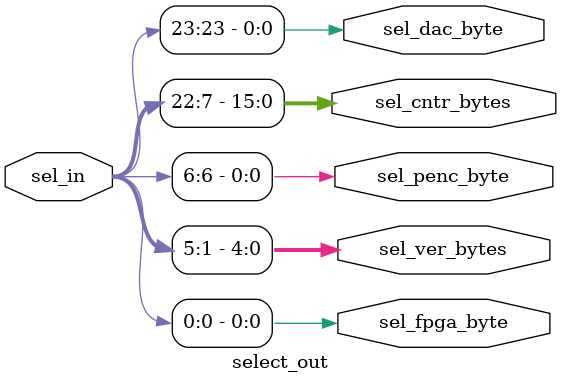
<source format=v>
module select_out(sel_in, 
				sel_fpga_byte, 
				sel_ver_bytes, 
				sel_penc_byte, 
				sel_cntr_bytes, 
				sel_dac_byte);

input [23:0] sel_in;
output sel_fpga_byte;			 
output [4:0] sel_ver_bytes;  
output sel_penc_byte;  
output [15:0] sel_cntr_bytes; 
output sel_dac_byte; 


assign sel_fpga_byte = sel_in[0];
assign sel_ver_bytes = sel_in[5:1];
assign sel_penc_byte= sel_in [6];
assign sel_cntr_bytes = {sel_in[22:19],sel_in[18:15],sel_in[14:11],sel_in[10:7]};
assign sel_dac_byte = sel_in[23];

endmodule
</source>
